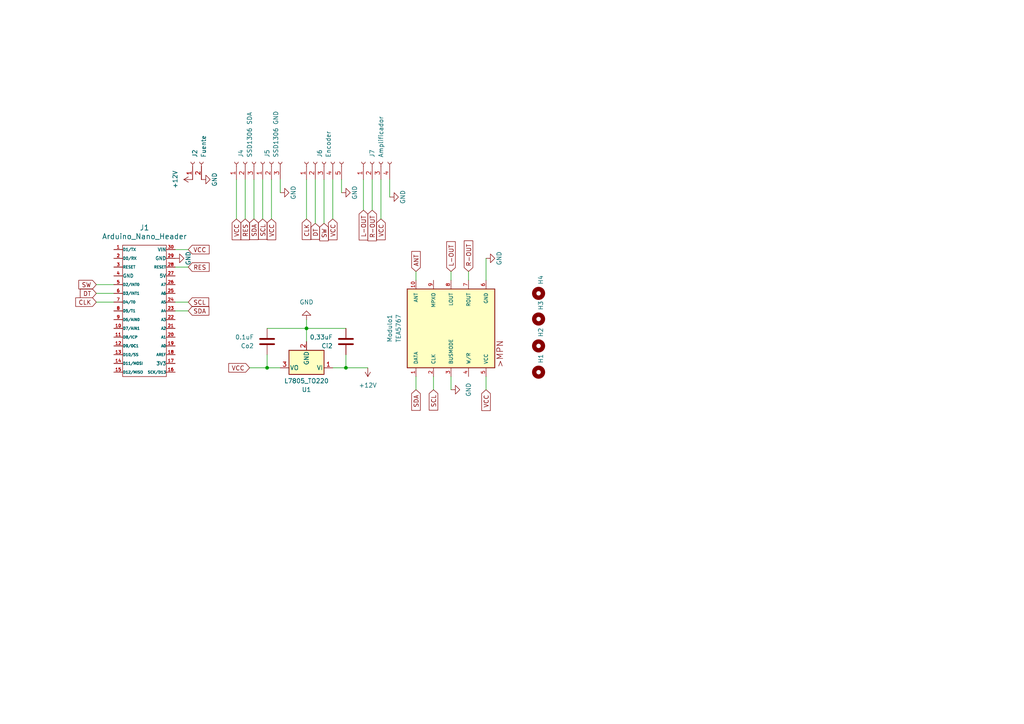
<source format=kicad_sch>
(kicad_sch (version 20230121) (generator eeschema)

  (uuid 2db0b86e-244a-4877-8ed1-39d99b8ef394)

  (paper "A4")

  (lib_symbols
    (symbol "Connector:Conn_01x02_Socket" (pin_names (offset 1.016) hide) (in_bom yes) (on_board yes)
      (property "Reference" "J" (at 0 2.54 0)
        (effects (font (size 1.27 1.27)))
      )
      (property "Value" "Conn_01x02_Socket" (at 0 -5.08 0)
        (effects (font (size 1.27 1.27)))
      )
      (property "Footprint" "" (at 0 0 0)
        (effects (font (size 1.27 1.27)) hide)
      )
      (property "Datasheet" "~" (at 0 0 0)
        (effects (font (size 1.27 1.27)) hide)
      )
      (property "ki_locked" "" (at 0 0 0)
        (effects (font (size 1.27 1.27)))
      )
      (property "ki_keywords" "connector" (at 0 0 0)
        (effects (font (size 1.27 1.27)) hide)
      )
      (property "ki_description" "Generic connector, single row, 01x02, script generated" (at 0 0 0)
        (effects (font (size 1.27 1.27)) hide)
      )
      (property "ki_fp_filters" "Connector*:*_1x??_*" (at 0 0 0)
        (effects (font (size 1.27 1.27)) hide)
      )
      (symbol "Conn_01x02_Socket_1_1"
        (arc (start 0 -2.032) (mid -0.5058 -2.54) (end 0 -3.048)
          (stroke (width 0.1524) (type default))
          (fill (type none))
        )
        (polyline
          (pts
            (xy -1.27 -2.54)
            (xy -0.508 -2.54)
          )
          (stroke (width 0.1524) (type default))
          (fill (type none))
        )
        (polyline
          (pts
            (xy -1.27 0)
            (xy -0.508 0)
          )
          (stroke (width 0.1524) (type default))
          (fill (type none))
        )
        (arc (start 0 0.508) (mid -0.5058 0) (end 0 -0.508)
          (stroke (width 0.1524) (type default))
          (fill (type none))
        )
        (pin passive line (at -5.08 0 0) (length 3.81)
          (name "Pin_1" (effects (font (size 1.27 1.27))))
          (number "1" (effects (font (size 1.27 1.27))))
        )
        (pin passive line (at -5.08 -2.54 0) (length 3.81)
          (name "Pin_2" (effects (font (size 1.27 1.27))))
          (number "2" (effects (font (size 1.27 1.27))))
        )
      )
    )
    (symbol "Connector:Conn_01x03_Socket" (pin_names (offset 1.016) hide) (in_bom yes) (on_board yes)
      (property "Reference" "J" (at 0 5.08 0)
        (effects (font (size 1.27 1.27)))
      )
      (property "Value" "Conn_01x03_Socket" (at 0 -5.08 0)
        (effects (font (size 1.27 1.27)))
      )
      (property "Footprint" "" (at 0 0 0)
        (effects (font (size 1.27 1.27)) hide)
      )
      (property "Datasheet" "~" (at 0 0 0)
        (effects (font (size 1.27 1.27)) hide)
      )
      (property "ki_locked" "" (at 0 0 0)
        (effects (font (size 1.27 1.27)))
      )
      (property "ki_keywords" "connector" (at 0 0 0)
        (effects (font (size 1.27 1.27)) hide)
      )
      (property "ki_description" "Generic connector, single row, 01x03, script generated" (at 0 0 0)
        (effects (font (size 1.27 1.27)) hide)
      )
      (property "ki_fp_filters" "Connector*:*_1x??_*" (at 0 0 0)
        (effects (font (size 1.27 1.27)) hide)
      )
      (symbol "Conn_01x03_Socket_1_1"
        (arc (start 0 -2.032) (mid -0.5058 -2.54) (end 0 -3.048)
          (stroke (width 0.1524) (type default))
          (fill (type none))
        )
        (polyline
          (pts
            (xy -1.27 -2.54)
            (xy -0.508 -2.54)
          )
          (stroke (width 0.1524) (type default))
          (fill (type none))
        )
        (polyline
          (pts
            (xy -1.27 0)
            (xy -0.508 0)
          )
          (stroke (width 0.1524) (type default))
          (fill (type none))
        )
        (polyline
          (pts
            (xy -1.27 2.54)
            (xy -0.508 2.54)
          )
          (stroke (width 0.1524) (type default))
          (fill (type none))
        )
        (arc (start 0 0.508) (mid -0.5058 0) (end 0 -0.508)
          (stroke (width 0.1524) (type default))
          (fill (type none))
        )
        (arc (start 0 3.048) (mid -0.5058 2.54) (end 0 2.032)
          (stroke (width 0.1524) (type default))
          (fill (type none))
        )
        (pin passive line (at -5.08 2.54 0) (length 3.81)
          (name "Pin_1" (effects (font (size 1.27 1.27))))
          (number "1" (effects (font (size 1.27 1.27))))
        )
        (pin passive line (at -5.08 0 0) (length 3.81)
          (name "Pin_2" (effects (font (size 1.27 1.27))))
          (number "2" (effects (font (size 1.27 1.27))))
        )
        (pin passive line (at -5.08 -2.54 0) (length 3.81)
          (name "Pin_3" (effects (font (size 1.27 1.27))))
          (number "3" (effects (font (size 1.27 1.27))))
        )
      )
    )
    (symbol "Connector:Conn_01x04_Socket" (pin_names (offset 1.016) hide) (in_bom yes) (on_board yes)
      (property "Reference" "J" (at 0 5.08 0)
        (effects (font (size 1.27 1.27)))
      )
      (property "Value" "Conn_01x04_Socket" (at 0 -7.62 0)
        (effects (font (size 1.27 1.27)))
      )
      (property "Footprint" "" (at 0 0 0)
        (effects (font (size 1.27 1.27)) hide)
      )
      (property "Datasheet" "~" (at 0 0 0)
        (effects (font (size 1.27 1.27)) hide)
      )
      (property "ki_locked" "" (at 0 0 0)
        (effects (font (size 1.27 1.27)))
      )
      (property "ki_keywords" "connector" (at 0 0 0)
        (effects (font (size 1.27 1.27)) hide)
      )
      (property "ki_description" "Generic connector, single row, 01x04, script generated" (at 0 0 0)
        (effects (font (size 1.27 1.27)) hide)
      )
      (property "ki_fp_filters" "Connector*:*_1x??_*" (at 0 0 0)
        (effects (font (size 1.27 1.27)) hide)
      )
      (symbol "Conn_01x04_Socket_1_1"
        (arc (start 0 -4.572) (mid -0.5058 -5.08) (end 0 -5.588)
          (stroke (width 0.1524) (type default))
          (fill (type none))
        )
        (arc (start 0 -2.032) (mid -0.5058 -2.54) (end 0 -3.048)
          (stroke (width 0.1524) (type default))
          (fill (type none))
        )
        (polyline
          (pts
            (xy -1.27 -5.08)
            (xy -0.508 -5.08)
          )
          (stroke (width 0.1524) (type default))
          (fill (type none))
        )
        (polyline
          (pts
            (xy -1.27 -2.54)
            (xy -0.508 -2.54)
          )
          (stroke (width 0.1524) (type default))
          (fill (type none))
        )
        (polyline
          (pts
            (xy -1.27 0)
            (xy -0.508 0)
          )
          (stroke (width 0.1524) (type default))
          (fill (type none))
        )
        (polyline
          (pts
            (xy -1.27 2.54)
            (xy -0.508 2.54)
          )
          (stroke (width 0.1524) (type default))
          (fill (type none))
        )
        (arc (start 0 0.508) (mid -0.5058 0) (end 0 -0.508)
          (stroke (width 0.1524) (type default))
          (fill (type none))
        )
        (arc (start 0 3.048) (mid -0.5058 2.54) (end 0 2.032)
          (stroke (width 0.1524) (type default))
          (fill (type none))
        )
        (pin passive line (at -5.08 2.54 0) (length 3.81)
          (name "Pin_1" (effects (font (size 1.27 1.27))))
          (number "1" (effects (font (size 1.27 1.27))))
        )
        (pin passive line (at -5.08 0 0) (length 3.81)
          (name "Pin_2" (effects (font (size 1.27 1.27))))
          (number "2" (effects (font (size 1.27 1.27))))
        )
        (pin passive line (at -5.08 -2.54 0) (length 3.81)
          (name "Pin_3" (effects (font (size 1.27 1.27))))
          (number "3" (effects (font (size 1.27 1.27))))
        )
        (pin passive line (at -5.08 -5.08 0) (length 3.81)
          (name "Pin_4" (effects (font (size 1.27 1.27))))
          (number "4" (effects (font (size 1.27 1.27))))
        )
      )
    )
    (symbol "Connector:Conn_01x05_Socket" (pin_names (offset 1.016) hide) (in_bom yes) (on_board yes)
      (property "Reference" "J" (at 0 7.62 0)
        (effects (font (size 1.27 1.27)))
      )
      (property "Value" "Conn_01x05_Socket" (at 0 -7.62 0)
        (effects (font (size 1.27 1.27)))
      )
      (property "Footprint" "" (at 0 0 0)
        (effects (font (size 1.27 1.27)) hide)
      )
      (property "Datasheet" "~" (at 0 0 0)
        (effects (font (size 1.27 1.27)) hide)
      )
      (property "ki_locked" "" (at 0 0 0)
        (effects (font (size 1.27 1.27)))
      )
      (property "ki_keywords" "connector" (at 0 0 0)
        (effects (font (size 1.27 1.27)) hide)
      )
      (property "ki_description" "Generic connector, single row, 01x05, script generated" (at 0 0 0)
        (effects (font (size 1.27 1.27)) hide)
      )
      (property "ki_fp_filters" "Connector*:*_1x??_*" (at 0 0 0)
        (effects (font (size 1.27 1.27)) hide)
      )
      (symbol "Conn_01x05_Socket_1_1"
        (arc (start 0 -4.572) (mid -0.5058 -5.08) (end 0 -5.588)
          (stroke (width 0.1524) (type default))
          (fill (type none))
        )
        (arc (start 0 -2.032) (mid -0.5058 -2.54) (end 0 -3.048)
          (stroke (width 0.1524) (type default))
          (fill (type none))
        )
        (polyline
          (pts
            (xy -1.27 -5.08)
            (xy -0.508 -5.08)
          )
          (stroke (width 0.1524) (type default))
          (fill (type none))
        )
        (polyline
          (pts
            (xy -1.27 -2.54)
            (xy -0.508 -2.54)
          )
          (stroke (width 0.1524) (type default))
          (fill (type none))
        )
        (polyline
          (pts
            (xy -1.27 0)
            (xy -0.508 0)
          )
          (stroke (width 0.1524) (type default))
          (fill (type none))
        )
        (polyline
          (pts
            (xy -1.27 2.54)
            (xy -0.508 2.54)
          )
          (stroke (width 0.1524) (type default))
          (fill (type none))
        )
        (polyline
          (pts
            (xy -1.27 5.08)
            (xy -0.508 5.08)
          )
          (stroke (width 0.1524) (type default))
          (fill (type none))
        )
        (arc (start 0 0.508) (mid -0.5058 0) (end 0 -0.508)
          (stroke (width 0.1524) (type default))
          (fill (type none))
        )
        (arc (start 0 3.048) (mid -0.5058 2.54) (end 0 2.032)
          (stroke (width 0.1524) (type default))
          (fill (type none))
        )
        (arc (start 0 5.588) (mid -0.5058 5.08) (end 0 4.572)
          (stroke (width 0.1524) (type default))
          (fill (type none))
        )
        (pin passive line (at -5.08 5.08 0) (length 3.81)
          (name "Pin_1" (effects (font (size 1.27 1.27))))
          (number "1" (effects (font (size 1.27 1.27))))
        )
        (pin passive line (at -5.08 2.54 0) (length 3.81)
          (name "Pin_2" (effects (font (size 1.27 1.27))))
          (number "2" (effects (font (size 1.27 1.27))))
        )
        (pin passive line (at -5.08 0 0) (length 3.81)
          (name "Pin_3" (effects (font (size 1.27 1.27))))
          (number "3" (effects (font (size 1.27 1.27))))
        )
        (pin passive line (at -5.08 -2.54 0) (length 3.81)
          (name "Pin_4" (effects (font (size 1.27 1.27))))
          (number "4" (effects (font (size 1.27 1.27))))
        )
        (pin passive line (at -5.08 -5.08 0) (length 3.81)
          (name "Pin_5" (effects (font (size 1.27 1.27))))
          (number "5" (effects (font (size 1.27 1.27))))
        )
      )
    )
    (symbol "Device:C" (pin_numbers hide) (pin_names (offset 0.254)) (in_bom yes) (on_board yes)
      (property "Reference" "C" (at 0.635 2.54 0)
        (effects (font (size 1.27 1.27)) (justify left))
      )
      (property "Value" "C" (at 0.635 -2.54 0)
        (effects (font (size 1.27 1.27)) (justify left))
      )
      (property "Footprint" "" (at 0.9652 -3.81 0)
        (effects (font (size 1.27 1.27)) hide)
      )
      (property "Datasheet" "~" (at 0 0 0)
        (effects (font (size 1.27 1.27)) hide)
      )
      (property "ki_keywords" "cap capacitor" (at 0 0 0)
        (effects (font (size 1.27 1.27)) hide)
      )
      (property "ki_description" "Unpolarized capacitor" (at 0 0 0)
        (effects (font (size 1.27 1.27)) hide)
      )
      (property "ki_fp_filters" "C_*" (at 0 0 0)
        (effects (font (size 1.27 1.27)) hide)
      )
      (symbol "C_0_1"
        (polyline
          (pts
            (xy -2.032 -0.762)
            (xy 2.032 -0.762)
          )
          (stroke (width 0.508) (type default))
          (fill (type none))
        )
        (polyline
          (pts
            (xy -2.032 0.762)
            (xy 2.032 0.762)
          )
          (stroke (width 0.508) (type default))
          (fill (type none))
        )
      )
      (symbol "C_1_1"
        (pin passive line (at 0 3.81 270) (length 2.794)
          (name "~" (effects (font (size 1.27 1.27))))
          (number "1" (effects (font (size 1.27 1.27))))
        )
        (pin passive line (at 0 -3.81 90) (length 2.794)
          (name "~" (effects (font (size 1.27 1.27))))
          (number "2" (effects (font (size 1.27 1.27))))
        )
      )
    )
    (symbol "EESTN5:Arduino_Nano_Header" (pin_names (offset 0.0254)) (in_bom yes) (on_board yes)
      (property "Reference" "J" (at 0 20.32 0)
        (effects (font (size 1.524 1.524)))
      )
      (property "Value" "Arduino_Nano_Header" (at 0 -20.32 0)
        (effects (font (size 1.524 1.524)))
      )
      (property "Footprint" "" (at 0 0 0)
        (effects (font (size 1.524 1.524)))
      )
      (property "Datasheet" "" (at 0 0 0)
        (effects (font (size 1.524 1.524)))
      )
      (symbol "Arduino_Nano_Header_0_1"
        (rectangle (start 6.35 -19.05) (end -6.35 19.05)
          (stroke (width 0) (type solid))
          (fill (type none))
        )
      )
      (symbol "Arduino_Nano_Header_1_1"
        (pin passive line (at -8.89 17.78 0) (length 2.54)
          (name "D1/TX" (effects (font (size 0.7874 0.7874))))
          (number "1" (effects (font (size 0.889 0.889))))
        )
        (pin passive line (at -8.89 -5.08 0) (length 2.54)
          (name "D7/AIN1" (effects (font (size 0.762 0.762))))
          (number "10" (effects (font (size 0.889 0.889))))
        )
        (pin passive line (at -8.89 -7.62 0) (length 2.54)
          (name "D8/ICP" (effects (font (size 0.762 0.762))))
          (number "11" (effects (font (size 0.889 0.889))))
        )
        (pin passive line (at -8.89 -10.16 0) (length 2.54)
          (name "D9/0C1" (effects (font (size 0.762 0.762))))
          (number "12" (effects (font (size 0.889 0.889))))
        )
        (pin passive line (at -8.89 -12.7 0) (length 2.54)
          (name "D10/SS" (effects (font (size 0.762 0.762))))
          (number "13" (effects (font (size 0.889 0.889))))
        )
        (pin passive line (at -8.89 -15.24 0) (length 2.54)
          (name "D11/MOSI" (effects (font (size 0.762 0.762))))
          (number "14" (effects (font (size 0.889 0.889))))
        )
        (pin passive line (at -8.89 -17.78 0) (length 2.54)
          (name "D12/MISO" (effects (font (size 0.762 0.762))))
          (number "15" (effects (font (size 0.889 0.889))))
        )
        (pin passive line (at 8.89 -17.78 180) (length 2.54)
          (name "SCK/D13" (effects (font (size 0.762 0.762))))
          (number "16" (effects (font (size 0.889 0.889))))
        )
        (pin passive line (at 8.89 -15.24 180) (length 2.54)
          (name "3V3" (effects (font (size 0.9906 0.9906))))
          (number "17" (effects (font (size 0.889 0.889))))
        )
        (pin passive line (at 8.89 -12.7 180) (length 2.54)
          (name "AREF" (effects (font (size 0.762 0.762))))
          (number "18" (effects (font (size 0.889 0.889))))
        )
        (pin passive line (at 8.89 -10.16 180) (length 2.54)
          (name "A0" (effects (font (size 0.762 0.762))))
          (number "19" (effects (font (size 0.889 0.889))))
        )
        (pin passive line (at -8.89 15.24 0) (length 2.54)
          (name "D0/RX" (effects (font (size 0.7874 0.7874))))
          (number "2" (effects (font (size 0.889 0.889))))
        )
        (pin passive line (at 8.89 -7.62 180) (length 2.54)
          (name "A1" (effects (font (size 0.762 0.762))))
          (number "20" (effects (font (size 0.889 0.889))))
        )
        (pin passive line (at 8.89 -5.08 180) (length 2.54)
          (name "A2" (effects (font (size 0.762 0.762))))
          (number "21" (effects (font (size 0.889 0.889))))
        )
        (pin passive line (at 8.89 -2.54 180) (length 2.54)
          (name "A3" (effects (font (size 0.762 0.762))))
          (number "22" (effects (font (size 0.889 0.889))))
        )
        (pin passive line (at 8.89 0 180) (length 2.54)
          (name "A4" (effects (font (size 0.762 0.762))))
          (number "23" (effects (font (size 0.889 0.889))))
        )
        (pin passive line (at 8.89 2.54 180) (length 2.54)
          (name "A5" (effects (font (size 0.762 0.762))))
          (number "24" (effects (font (size 0.889 0.889))))
        )
        (pin passive line (at 8.89 5.08 180) (length 2.54)
          (name "A6" (effects (font (size 0.762 0.762))))
          (number "25" (effects (font (size 0.889 0.889))))
        )
        (pin passive line (at 8.89 7.62 180) (length 2.54)
          (name "A7" (effects (font (size 0.762 0.762))))
          (number "26" (effects (font (size 0.889 0.889))))
        )
        (pin passive line (at 8.89 10.16 180) (length 2.54)
          (name "5V" (effects (font (size 0.9906 0.9906))))
          (number "27" (effects (font (size 0.889 0.889))))
        )
        (pin passive line (at 8.89 12.7 180) (length 2.54)
          (name "RESET" (effects (font (size 0.762 0.762))))
          (number "28" (effects (font (size 0.889 0.889))))
        )
        (pin passive line (at 8.89 15.24 180) (length 2.54)
          (name "GND" (effects (font (size 0.9906 0.9906))))
          (number "29" (effects (font (size 0.889 0.889))))
        )
        (pin passive line (at -8.89 12.7 0) (length 2.54)
          (name "RESET" (effects (font (size 0.7874 0.7874))))
          (number "3" (effects (font (size 0.889 0.889))))
        )
        (pin passive line (at 8.89 17.78 180) (length 2.54)
          (name "VIN" (effects (font (size 0.9906 0.9906))))
          (number "30" (effects (font (size 0.889 0.889))))
        )
        (pin passive line (at -8.89 10.16 0) (length 2.54)
          (name "GND" (effects (font (size 0.9906 0.9906))))
          (number "4" (effects (font (size 0.889 0.889))))
        )
        (pin passive line (at -8.89 7.62 0) (length 2.54)
          (name "D2/INT0" (effects (font (size 0.762 0.762))))
          (number "5" (effects (font (size 0.889 0.889))))
        )
        (pin passive line (at -8.89 5.08 0) (length 2.54)
          (name "D3/INT1" (effects (font (size 0.762 0.762))))
          (number "6" (effects (font (size 0.889 0.889))))
        )
        (pin passive line (at -8.89 2.54 0) (length 2.54)
          (name "D4/T0" (effects (font (size 0.762 0.762))))
          (number "7" (effects (font (size 0.889 0.889))))
        )
        (pin passive line (at -8.89 0 0) (length 2.54)
          (name "D5/T1" (effects (font (size 0.762 0.762))))
          (number "8" (effects (font (size 0.889 0.889))))
        )
        (pin passive line (at -8.89 -2.54 0) (length 2.54)
          (name "D6/AIN0" (effects (font (size 0.762 0.762))))
          (number "9" (effects (font (size 0.889 0.889))))
        )
      )
    )
    (symbol "EESTN5:Mounting_Hole" (pin_names (offset 1.016)) (in_bom yes) (on_board yes)
      (property "Reference" "H" (at 0 5.08 0)
        (effects (font (size 1.27 1.27)))
      )
      (property "Value" "Mounting_Hole" (at 0 3.175 0)
        (effects (font (size 1.27 1.27)) hide)
      )
      (property "Footprint" "" (at 0 0 0)
        (effects (font (size 1.524 1.524)) hide)
      )
      (property "Datasheet" "" (at 0 0 0)
        (effects (font (size 1.524 1.524)) hide)
      )
      (property "ki_keywords" "mounting hole" (at 0 0 0)
        (effects (font (size 1.27 1.27)) hide)
      )
      (property "ki_description" "Mounting Hole without connection" (at 0 0 0)
        (effects (font (size 1.27 1.27)) hide)
      )
      (property "ki_fp_filters" "hole* Logo* PAD* Separador* Cable*" (at 0 0 0)
        (effects (font (size 1.27 1.27)) hide)
      )
      (symbol "Mounting_Hole_0_1"
        (circle (center 0 0) (radius 1.27)
          (stroke (width 1.27) (type solid))
          (fill (type none))
        )
      )
    )
    (symbol "Regulator_Linear:LM7805_TO220" (pin_names (offset 0.254)) (in_bom yes) (on_board yes)
      (property "Reference" "U" (at -3.81 3.175 0)
        (effects (font (size 1.27 1.27)))
      )
      (property "Value" "LM7805_TO220" (at 0 3.175 0)
        (effects (font (size 1.27 1.27)) (justify left))
      )
      (property "Footprint" "Package_TO_SOT_THT:TO-220-3_Vertical" (at 0 5.715 0)
        (effects (font (size 1.27 1.27) italic) hide)
      )
      (property "Datasheet" "https://www.onsemi.cn/PowerSolutions/document/MC7800-D.PDF" (at 0 -1.27 0)
        (effects (font (size 1.27 1.27)) hide)
      )
      (property "ki_keywords" "Voltage Regulator 1A Positive" (at 0 0 0)
        (effects (font (size 1.27 1.27)) hide)
      )
      (property "ki_description" "Positive 1A 35V Linear Regulator, Fixed Output 5V, TO-220" (at 0 0 0)
        (effects (font (size 1.27 1.27)) hide)
      )
      (property "ki_fp_filters" "TO?220*" (at 0 0 0)
        (effects (font (size 1.27 1.27)) hide)
      )
      (symbol "LM7805_TO220_0_1"
        (rectangle (start -5.08 1.905) (end 5.08 -5.08)
          (stroke (width 0.254) (type default))
          (fill (type background))
        )
      )
      (symbol "LM7805_TO220_1_1"
        (pin power_in line (at -7.62 0 0) (length 2.54)
          (name "VI" (effects (font (size 1.27 1.27))))
          (number "1" (effects (font (size 1.27 1.27))))
        )
        (pin power_in line (at 0 -7.62 90) (length 2.54)
          (name "GND" (effects (font (size 1.27 1.27))))
          (number "2" (effects (font (size 1.27 1.27))))
        )
        (pin power_out line (at 7.62 0 180) (length 2.54)
          (name "VO" (effects (font (size 1.27 1.27))))
          (number "3" (effects (font (size 1.27 1.27))))
        )
      )
    )
    (symbol "TEA5767:TEA5767" (pin_names (offset 1.016)) (in_bom yes) (on_board yes)
      (property "Reference" "U" (at -10.16 13.462 0)
        (effects (font (size 1.27 1.27)) (justify left bottom))
      )
      (property "Value" "TEA5767" (at 0 0 0)
        (effects (font (size 1.27 1.27)) (justify bottom))
      )
      (property "Footprint" "TEA5767:TEA5767" (at 0 0 0)
        (effects (font (size 1.27 1.27)) (justify bottom) hide)
      )
      (property "Datasheet" "" (at 0 0 0)
        (effects (font (size 1.27 1.27)) hide)
      )
      (property "REMARK" "" (at 0 0 0)
        (effects (font (size 1.27 1.27)) (justify bottom) hide)
      )
      (property "MF" "NXP USA" (at 0 0 0)
        (effects (font (size 1.27 1.27)) (justify bottom) hide)
      )
      (property "Description" "\nseries RF Receiver FM 76MHz ~ 108MHz - - PCB, Surface Mount 40-HVQFN (6x6)\n" (at 0 0 0)
        (effects (font (size 1.27 1.27)) (justify bottom) hide)
      )
      (property "Package" "VFQFN-40 NXP Semiconductors" (at 0 0 0)
        (effects (font (size 1.27 1.27)) (justify bottom) hide)
      )
      (property "MPN" "TEA5767" (at 0 0 0)
        (effects (font (size 1.27 1.27)) (justify bottom) hide)
      )
      (property "Price" "None" (at 0 0 0)
        (effects (font (size 1.27 1.27)) (justify bottom) hide)
      )
      (property "Check_prices" "https://www.snapeda.com/parts/TEA5767/NXP+USA+Inc./view-part/?ref=eda" (at 0 0 0)
        (effects (font (size 1.27 1.27)) (justify bottom) hide)
      )
      (property "VALUE" "" (at 0 0 0)
        (effects (font (size 1.27 1.27)) (justify bottom) hide)
      )
      (property "SnapEDA_Link" "https://www.snapeda.com/parts/TEA5767/NXP+USA+Inc./view-part/?ref=snap" (at 0 0 0)
        (effects (font (size 1.27 1.27)) (justify bottom) hide)
      )
      (property "CYTRON-PC" "" (at 0 0 0)
        (effects (font (size 1.27 1.27)) (justify bottom) hide)
      )
      (property "MP" "TEA5767" (at 0 0 0)
        (effects (font (size 1.27 1.27)) (justify bottom) hide)
      )
      (property "Availability" "Not in stock" (at 0 0 0)
        (effects (font (size 1.27 1.27)) (justify bottom) hide)
      )
      (property "DESC" "FM Radio Module" (at 0 0 0)
        (effects (font (size 1.27 1.27)) (justify bottom) hide)
      )
      (symbol "TEA5767_0_0"
        (rectangle (start -10.16 -12.7) (end 12.7 12.7)
          (stroke (width 0.254) (type default))
          (fill (type background))
        )
        (text ">MPN" (at -10.16 -15.24 0)
          (effects (font (size 1.778 1.778)) (justify left bottom))
        )
        (pin bidirectional line (at -12.7 10.16 0) (length 2.54)
          (name "DATA" (effects (font (size 1.016 1.016))))
          (number "1" (effects (font (size 1.016 1.016))))
        )
        (pin bidirectional line (at 15.24 10.16 180) (length 2.54)
          (name "ANT" (effects (font (size 1.016 1.016))))
          (number "10" (effects (font (size 1.016 1.016))))
        )
        (pin bidirectional line (at -12.7 5.08 0) (length 2.54)
          (name "CLK" (effects (font (size 1.016 1.016))))
          (number "2" (effects (font (size 1.016 1.016))))
        )
        (pin bidirectional line (at -12.7 0 0) (length 2.54)
          (name "BUSMODE" (effects (font (size 1.016 1.016))))
          (number "3" (effects (font (size 1.016 1.016))))
        )
        (pin bidirectional line (at -12.7 -5.08 0) (length 2.54)
          (name "W/R" (effects (font (size 1.016 1.016))))
          (number "4" (effects (font (size 1.016 1.016))))
        )
        (pin bidirectional line (at -12.7 -10.16 0) (length 2.54)
          (name "VCC" (effects (font (size 1.016 1.016))))
          (number "5" (effects (font (size 1.016 1.016))))
        )
        (pin bidirectional line (at 15.24 -10.16 180) (length 2.54)
          (name "GND" (effects (font (size 1.016 1.016))))
          (number "6" (effects (font (size 1.016 1.016))))
        )
        (pin bidirectional line (at 15.24 -5.08 180) (length 2.54)
          (name "ROUT" (effects (font (size 1.016 1.016))))
          (number "7" (effects (font (size 1.016 1.016))))
        )
        (pin bidirectional line (at 15.24 0 180) (length 2.54)
          (name "LOUT" (effects (font (size 1.016 1.016))))
          (number "8" (effects (font (size 1.016 1.016))))
        )
        (pin bidirectional line (at 15.24 5.08 180) (length 2.54)
          (name "MPXO" (effects (font (size 1.016 1.016))))
          (number "9" (effects (font (size 1.016 1.016))))
        )
      )
    )
    (symbol "power:+12V" (power) (pin_names (offset 0)) (in_bom yes) (on_board yes)
      (property "Reference" "#PWR" (at 0 -3.81 0)
        (effects (font (size 1.27 1.27)) hide)
      )
      (property "Value" "+12V" (at 0 3.556 0)
        (effects (font (size 1.27 1.27)))
      )
      (property "Footprint" "" (at 0 0 0)
        (effects (font (size 1.27 1.27)) hide)
      )
      (property "Datasheet" "" (at 0 0 0)
        (effects (font (size 1.27 1.27)) hide)
      )
      (property "ki_keywords" "global power" (at 0 0 0)
        (effects (font (size 1.27 1.27)) hide)
      )
      (property "ki_description" "Power symbol creates a global label with name \"+12V\"" (at 0 0 0)
        (effects (font (size 1.27 1.27)) hide)
      )
      (symbol "+12V_0_1"
        (polyline
          (pts
            (xy -0.762 1.27)
            (xy 0 2.54)
          )
          (stroke (width 0) (type default))
          (fill (type none))
        )
        (polyline
          (pts
            (xy 0 0)
            (xy 0 2.54)
          )
          (stroke (width 0) (type default))
          (fill (type none))
        )
        (polyline
          (pts
            (xy 0 2.54)
            (xy 0.762 1.27)
          )
          (stroke (width 0) (type default))
          (fill (type none))
        )
      )
      (symbol "+12V_1_1"
        (pin power_in line (at 0 0 90) (length 0) hide
          (name "+12V" (effects (font (size 1.27 1.27))))
          (number "1" (effects (font (size 1.27 1.27))))
        )
      )
    )
    (symbol "power:GND" (power) (pin_names (offset 0)) (in_bom yes) (on_board yes)
      (property "Reference" "#PWR" (at 0 -6.35 0)
        (effects (font (size 1.27 1.27)) hide)
      )
      (property "Value" "GND" (at 0 -3.81 0)
        (effects (font (size 1.27 1.27)))
      )
      (property "Footprint" "" (at 0 0 0)
        (effects (font (size 1.27 1.27)) hide)
      )
      (property "Datasheet" "" (at 0 0 0)
        (effects (font (size 1.27 1.27)) hide)
      )
      (property "ki_keywords" "global power" (at 0 0 0)
        (effects (font (size 1.27 1.27)) hide)
      )
      (property "ki_description" "Power symbol creates a global label with name \"GND\" , ground" (at 0 0 0)
        (effects (font (size 1.27 1.27)) hide)
      )
      (symbol "GND_0_1"
        (polyline
          (pts
            (xy 0 0)
            (xy 0 -1.27)
            (xy 1.27 -1.27)
            (xy 0 -2.54)
            (xy -1.27 -1.27)
            (xy 0 -1.27)
          )
          (stroke (width 0) (type default))
          (fill (type none))
        )
      )
      (symbol "GND_1_1"
        (pin power_in line (at 0 0 270) (length 0) hide
          (name "GND" (effects (font (size 1.27 1.27))))
          (number "1" (effects (font (size 1.27 1.27))))
        )
      )
    )
  )

  (junction (at 77.47 106.68) (diameter 0) (color 0 0 0 0)
    (uuid 12df68e7-d7da-43fc-8730-7e07c3f4f48f)
  )
  (junction (at 88.9 95.25) (diameter 0) (color 0 0 0 0)
    (uuid 5aacacb1-3b22-44dc-b4ac-0c02cfb66d31)
  )
  (junction (at 100.33 106.68) (diameter 0) (color 0 0 0 0)
    (uuid f2e3e151-d264-4baf-b3fa-761d456a0b60)
  )

  (wire (pts (xy 93.98 64.77) (xy 93.98 52.07))
    (stroke (width 0) (type default))
    (uuid 01ad8281-3389-4184-9bbb-a3b7f50b9f8e)
  )
  (wire (pts (xy 27.94 87.63) (xy 33.02 87.63))
    (stroke (width 0) (type default))
    (uuid 09c50205-6cfc-449c-bb67-3e3ac4b2e2a7)
  )
  (wire (pts (xy 96.52 63.5) (xy 96.52 52.07))
    (stroke (width 0) (type default))
    (uuid 11a69a61-3c58-447f-bf3b-fc52aed23bcd)
  )
  (wire (pts (xy 130.81 113.03) (xy 130.81 109.22))
    (stroke (width 0) (type default))
    (uuid 175574c7-2d06-4eda-8e06-ef2b597eb663)
  )
  (wire (pts (xy 91.44 64.77) (xy 91.44 52.07))
    (stroke (width 0) (type default))
    (uuid 1dc7e5b0-ee4f-4e5f-94ff-9bc923e8e460)
  )
  (wire (pts (xy 27.94 82.55) (xy 33.02 82.55))
    (stroke (width 0) (type default))
    (uuid 230ff8cf-f82b-44ce-a041-56fcb04c03d9)
  )
  (wire (pts (xy 77.47 106.68) (xy 77.47 102.87))
    (stroke (width 0) (type default))
    (uuid 243ddbab-865c-40d0-b9ae-d479da9c1c32)
  )
  (wire (pts (xy 81.28 106.68) (xy 77.47 106.68))
    (stroke (width 0) (type default))
    (uuid 2702710e-4a49-4628-8ea2-098112312de2)
  )
  (wire (pts (xy 88.9 92.71) (xy 88.9 95.25))
    (stroke (width 0) (type default))
    (uuid 2da7e117-b734-4d9f-8e91-20c6773cc83b)
  )
  (wire (pts (xy 77.47 106.68) (xy 72.39 106.68))
    (stroke (width 0) (type default))
    (uuid 32d4dc51-019c-4c94-b6e5-b7f08f8ff252)
  )
  (wire (pts (xy 125.73 113.03) (xy 125.73 109.22))
    (stroke (width 0) (type default))
    (uuid 36477516-7540-4646-bf92-d97abcb8a378)
  )
  (wire (pts (xy 107.95 60.96) (xy 107.95 52.07))
    (stroke (width 0) (type default))
    (uuid 380c40ad-0235-42b4-a2a3-6b0483d8bb94)
  )
  (wire (pts (xy 68.58 63.5) (xy 68.58 52.07))
    (stroke (width 0) (type default))
    (uuid 3e87d2cf-7b08-4a60-98f6-38a73da94cd9)
  )
  (wire (pts (xy 78.74 63.5) (xy 78.74 52.07))
    (stroke (width 0) (type default))
    (uuid 46036d86-e11d-449f-b7fc-f8c45edb6e1b)
  )
  (wire (pts (xy 50.8 87.63) (xy 54.61 87.63))
    (stroke (width 0) (type default))
    (uuid 685c2f24-59c1-4956-bc75-eb60f91a0311)
  )
  (wire (pts (xy 106.68 106.68) (xy 100.33 106.68))
    (stroke (width 0) (type default))
    (uuid 6efb4174-e185-49b3-91fd-4ba490c17b91)
  )
  (wire (pts (xy 135.89 81.28) (xy 135.89 78.74))
    (stroke (width 0) (type default))
    (uuid 73260287-0dbe-4330-8c5e-b747c7f98e39)
  )
  (wire (pts (xy 71.12 63.5) (xy 71.12 52.07))
    (stroke (width 0) (type default))
    (uuid 7d5d12b4-44e4-44a0-a863-a83fdfab625c)
  )
  (wire (pts (xy 27.94 85.09) (xy 33.02 85.09))
    (stroke (width 0) (type default))
    (uuid 7f544008-3573-47ea-9814-6e8c616b0122)
  )
  (wire (pts (xy 73.66 63.5) (xy 73.66 52.07))
    (stroke (width 0) (type default))
    (uuid 7f8fffb8-c1c6-43a5-8b23-6ae06de0c19f)
  )
  (wire (pts (xy 81.28 55.88) (xy 81.28 52.07))
    (stroke (width 0) (type default))
    (uuid 85052fb5-7f06-4bad-8649-dc9ea4164e62)
  )
  (wire (pts (xy 100.33 106.68) (xy 100.33 102.87))
    (stroke (width 0) (type default))
    (uuid 8718b59d-ea12-4ce4-b9e6-2eb4c28ff537)
  )
  (wire (pts (xy 50.8 72.39) (xy 54.61 72.39))
    (stroke (width 0) (type default))
    (uuid 912668f4-7d70-4bba-bc31-bcc4eb6ef3a2)
  )
  (wire (pts (xy 110.49 63.5) (xy 110.49 52.07))
    (stroke (width 0) (type default))
    (uuid 92df0945-f209-4249-a96f-85cd175817e2)
  )
  (wire (pts (xy 113.03 57.15) (xy 113.03 52.07))
    (stroke (width 0) (type default))
    (uuid 9382d46d-4f58-4dcb-aa5b-33fc3a48de57)
  )
  (wire (pts (xy 140.97 81.28) (xy 140.97 74.93))
    (stroke (width 0) (type default))
    (uuid a01e662b-40ad-4735-adfa-177862ee3c31)
  )
  (wire (pts (xy 120.65 113.03) (xy 120.65 109.22))
    (stroke (width 0) (type default))
    (uuid a6b4c96a-0b42-42c3-959a-855e3be19eb4)
  )
  (wire (pts (xy 88.9 63.5) (xy 88.9 52.07))
    (stroke (width 0) (type default))
    (uuid c87210cf-ae03-4747-93e9-6c47a0f992a1)
  )
  (wire (pts (xy 105.41 60.96) (xy 105.41 52.07))
    (stroke (width 0) (type default))
    (uuid c91bf347-7673-42ed-aab9-172d4cf71d11)
  )
  (wire (pts (xy 100.33 95.25) (xy 88.9 95.25))
    (stroke (width 0) (type default))
    (uuid d1a39f63-f0d3-47f7-9cbd-0223a0785775)
  )
  (wire (pts (xy 140.97 113.03) (xy 140.97 109.22))
    (stroke (width 0) (type default))
    (uuid d23a2587-7cb5-4839-9f6a-7b7b964b4d85)
  )
  (wire (pts (xy 76.2 63.5) (xy 76.2 52.07))
    (stroke (width 0) (type default))
    (uuid d2ed369c-b90b-4664-9ea5-45166d745436)
  )
  (wire (pts (xy 120.65 81.28) (xy 120.65 78.74))
    (stroke (width 0) (type default))
    (uuid d891c497-414d-4a5a-86d2-dde9f9a6b6b0)
  )
  (wire (pts (xy 50.8 77.47) (xy 54.61 77.47))
    (stroke (width 0) (type default))
    (uuid da7648f9-e2ed-44e8-9b11-33c106097230)
  )
  (wire (pts (xy 88.9 95.25) (xy 77.47 95.25))
    (stroke (width 0) (type default))
    (uuid dc167e31-5686-497e-9216-18b64d4ffe3f)
  )
  (wire (pts (xy 130.81 81.28) (xy 130.81 78.74))
    (stroke (width 0) (type default))
    (uuid ddedfab4-84cf-403a-a7b2-bfe87c3d5bca)
  )
  (wire (pts (xy 100.33 106.68) (xy 96.52 106.68))
    (stroke (width 0) (type default))
    (uuid ec4deedc-3bf2-48d8-be9e-da44c0fa0fdd)
  )
  (wire (pts (xy 99.06 55.88) (xy 99.06 52.07))
    (stroke (width 0) (type default))
    (uuid f77388b5-b2fe-4920-8516-f197e8ad7781)
  )
  (wire (pts (xy 88.9 95.25) (xy 88.9 99.06))
    (stroke (width 0) (type default))
    (uuid f852e2fe-3d7a-4a26-a65d-f1c4a8ffca78)
  )
  (wire (pts (xy 50.8 90.17) (xy 54.61 90.17))
    (stroke (width 0) (type default))
    (uuid f946649d-0e5e-4aa4-80f4-faeffb65f8a9)
  )

  (global_label "VCC" (shape input) (at 54.61 72.39 0) (fields_autoplaced)
    (effects (font (size 1.27 1.27)) (justify left))
    (uuid 05e44eef-8e5b-464b-9e13-c36af07026b7)
    (property "Intersheetrefs" "${INTERSHEET_REFS}" (at 61.2238 72.39 0)
      (effects (font (size 1.27 1.27)) (justify left) hide)
    )
  )
  (global_label "VCC" (shape input) (at 140.97 113.03 270) (fields_autoplaced)
    (effects (font (size 1.27 1.27)) (justify right))
    (uuid 1015330f-9128-4ada-942f-7a8f7d2542b7)
    (property "Intersheetrefs" "${INTERSHEET_REFS}" (at 140.97 119.6438 90)
      (effects (font (size 1.27 1.27)) (justify right) hide)
    )
  )
  (global_label "DT" (shape input) (at 91.44 64.77 270) (fields_autoplaced)
    (effects (font (size 1.27 1.27)) (justify right))
    (uuid 1e88ef09-a685-4887-926c-6f642166513d)
    (property "Intersheetrefs" "${INTERSHEET_REFS}" (at 91.44 69.9928 90)
      (effects (font (size 1.27 1.27)) (justify right) hide)
    )
  )
  (global_label "SDA" (shape input) (at 73.66 63.5 270) (fields_autoplaced)
    (effects (font (size 1.27 1.27)) (justify right))
    (uuid 2e9b1d4b-7bb3-4bb9-bb76-aa4a0f829ad1)
    (property "Intersheetrefs" "${INTERSHEET_REFS}" (at 73.66 70.0533 90)
      (effects (font (size 1.27 1.27)) (justify right) hide)
    )
  )
  (global_label "VCC" (shape input) (at 78.74 63.5 270) (fields_autoplaced)
    (effects (font (size 1.27 1.27)) (justify right))
    (uuid 34ee348f-c876-4075-abda-83a237d7738e)
    (property "Intersheetrefs" "${INTERSHEET_REFS}" (at 78.74 70.1138 90)
      (effects (font (size 1.27 1.27)) (justify right) hide)
    )
  )
  (global_label "VCC" (shape input) (at 96.52 63.5 270) (fields_autoplaced)
    (effects (font (size 1.27 1.27)) (justify right))
    (uuid 35876b85-4a45-47a6-8580-ee6fce57bacb)
    (property "Intersheetrefs" "${INTERSHEET_REFS}" (at 96.52 70.1138 90)
      (effects (font (size 1.27 1.27)) (justify right) hide)
    )
  )
  (global_label "SCL" (shape input) (at 54.61 87.63 0) (fields_autoplaced)
    (effects (font (size 1.27 1.27)) (justify left))
    (uuid 3a7a25b8-1264-4d68-8ae7-09e1a7bd27fd)
    (property "Intersheetrefs" "${INTERSHEET_REFS}" (at 61.1028 87.63 0)
      (effects (font (size 1.27 1.27)) (justify left) hide)
    )
  )
  (global_label "SDA" (shape input) (at 54.61 90.17 0) (fields_autoplaced)
    (effects (font (size 1.27 1.27)) (justify left))
    (uuid 3a8d5e72-ee27-4728-8d57-5883ba38dd28)
    (property "Intersheetrefs" "${INTERSHEET_REFS}" (at 61.1633 90.17 0)
      (effects (font (size 1.27 1.27)) (justify left) hide)
    )
  )
  (global_label "R-OUT" (shape input) (at 107.95 60.96 270) (fields_autoplaced)
    (effects (font (size 1.27 1.27)) (justify right))
    (uuid 4de35350-65fe-4520-8c32-1e6a90e3f002)
    (property "Intersheetrefs" "${INTERSHEET_REFS}" (at 107.95 70.4162 90)
      (effects (font (size 1.27 1.27)) (justify right) hide)
    )
  )
  (global_label "RES" (shape input) (at 54.61 77.47 0) (fields_autoplaced)
    (effects (font (size 1.27 1.27)) (justify left))
    (uuid 5ced4177-3741-4d01-afa0-0ff62b8f86fc)
    (property "Intersheetrefs" "${INTERSHEET_REFS}" (at 61.2237 77.47 0)
      (effects (font (size 1.27 1.27)) (justify left) hide)
    )
  )
  (global_label "SW" (shape input) (at 93.98 64.77 270) (fields_autoplaced)
    (effects (font (size 1.27 1.27)) (justify right))
    (uuid 5f2d61a1-6bfb-4cf7-8f9b-58d38ba60210)
    (property "Intersheetrefs" "${INTERSHEET_REFS}" (at 93.98 70.4161 90)
      (effects (font (size 1.27 1.27)) (justify right) hide)
    )
  )
  (global_label "SCL" (shape input) (at 76.2 63.5 270) (fields_autoplaced)
    (effects (font (size 1.27 1.27)) (justify right))
    (uuid 70692c95-69b4-47fe-8dcf-0c8a2fd40961)
    (property "Intersheetrefs" "${INTERSHEET_REFS}" (at 76.2 69.9928 90)
      (effects (font (size 1.27 1.27)) (justify right) hide)
    )
  )
  (global_label "L-OUT" (shape input) (at 130.81 78.74 90) (fields_autoplaced)
    (effects (font (size 1.27 1.27)) (justify left))
    (uuid 740dda91-1704-4171-be75-b0cacf5d29b2)
    (property "Intersheetrefs" "${INTERSHEET_REFS}" (at 130.81 69.5257 90)
      (effects (font (size 1.27 1.27)) (justify left) hide)
    )
  )
  (global_label "RES" (shape input) (at 71.12 63.5 270) (fields_autoplaced)
    (effects (font (size 1.27 1.27)) (justify right))
    (uuid 7863a269-51dd-4dcd-b445-654ac8a45852)
    (property "Intersheetrefs" "${INTERSHEET_REFS}" (at 71.12 70.1137 90)
      (effects (font (size 1.27 1.27)) (justify right) hide)
    )
  )
  (global_label "CLK" (shape input) (at 88.9 63.5 270) (fields_autoplaced)
    (effects (font (size 1.27 1.27)) (justify right))
    (uuid 7c9d3c24-916a-4c35-bb6a-d09951c90bdc)
    (property "Intersheetrefs" "${INTERSHEET_REFS}" (at 88.9 70.0533 90)
      (effects (font (size 1.27 1.27)) (justify right) hide)
    )
  )
  (global_label "L-OUT" (shape input) (at 105.41 60.96 270) (fields_autoplaced)
    (effects (font (size 1.27 1.27)) (justify right))
    (uuid 7ec475b6-6996-4858-bb5e-5db6611f505d)
    (property "Intersheetrefs" "${INTERSHEET_REFS}" (at 105.41 70.1743 90)
      (effects (font (size 1.27 1.27)) (justify right) hide)
    )
  )
  (global_label "CLK" (shape input) (at 27.94 87.63 180) (fields_autoplaced)
    (effects (font (size 1.27 1.27)) (justify right))
    (uuid 81d6c4a0-2679-4b76-a5d2-59f407f0ea13)
    (property "Intersheetrefs" "${INTERSHEET_REFS}" (at 21.3867 87.63 0)
      (effects (font (size 1.27 1.27)) (justify right) hide)
    )
  )
  (global_label "VCC" (shape input) (at 110.49 63.5 270) (fields_autoplaced)
    (effects (font (size 1.27 1.27)) (justify right))
    (uuid 833606db-0eec-49f3-af48-3e6b32624f19)
    (property "Intersheetrefs" "${INTERSHEET_REFS}" (at 110.49 70.1138 90)
      (effects (font (size 1.27 1.27)) (justify right) hide)
    )
  )
  (global_label "R-OUT" (shape input) (at 135.89 78.74 90) (fields_autoplaced)
    (effects (font (size 1.27 1.27)) (justify left))
    (uuid 92960df9-72dd-416a-814f-9cbf576ec0cf)
    (property "Intersheetrefs" "${INTERSHEET_REFS}" (at 135.89 69.2838 90)
      (effects (font (size 1.27 1.27)) (justify left) hide)
    )
  )
  (global_label "ANT" (shape input) (at 120.65 78.74 90) (fields_autoplaced)
    (effects (font (size 1.27 1.27)) (justify left))
    (uuid 9c377183-e80a-4992-876f-4d278f6db347)
    (property "Intersheetrefs" "${INTERSHEET_REFS}" (at 120.65 72.3681 90)
      (effects (font (size 1.27 1.27)) (justify left) hide)
    )
  )
  (global_label "DT" (shape input) (at 27.94 85.09 180) (fields_autoplaced)
    (effects (font (size 1.27 1.27)) (justify right))
    (uuid b367673a-8889-4179-a9f4-8b1299281165)
    (property "Intersheetrefs" "${INTERSHEET_REFS}" (at 22.7172 85.09 0)
      (effects (font (size 1.27 1.27)) (justify right) hide)
    )
  )
  (global_label "VCC" (shape input) (at 72.39 106.68 180) (fields_autoplaced)
    (effects (font (size 1.27 1.27)) (justify right))
    (uuid b6630cff-9726-4088-95c8-5ff0150b2e6a)
    (property "Intersheetrefs" "${INTERSHEET_REFS}" (at 65.7762 106.68 0)
      (effects (font (size 1.27 1.27)) (justify right) hide)
    )
  )
  (global_label "SDA" (shape input) (at 120.65 113.03 270) (fields_autoplaced)
    (effects (font (size 1.27 1.27)) (justify right))
    (uuid ccb909d6-fd0c-45a2-94e0-675b59e6e2da)
    (property "Intersheetrefs" "${INTERSHEET_REFS}" (at 120.65 119.5833 90)
      (effects (font (size 1.27 1.27)) (justify right) hide)
    )
  )
  (global_label "SCL" (shape input) (at 125.73 113.03 270) (fields_autoplaced)
    (effects (font (size 1.27 1.27)) (justify right))
    (uuid d0b23322-a409-44c4-8c97-a4b118aa96da)
    (property "Intersheetrefs" "${INTERSHEET_REFS}" (at 125.73 119.5228 90)
      (effects (font (size 1.27 1.27)) (justify right) hide)
    )
  )
  (global_label "VCC" (shape input) (at 68.58 63.5 270) (fields_autoplaced)
    (effects (font (size 1.27 1.27)) (justify right))
    (uuid d76bc82e-4efc-449f-ace0-7a1dd34e6877)
    (property "Intersheetrefs" "${INTERSHEET_REFS}" (at 68.58 70.1138 90)
      (effects (font (size 1.27 1.27)) (justify right) hide)
    )
  )
  (global_label "SW" (shape input) (at 27.94 82.55 180) (fields_autoplaced)
    (effects (font (size 1.27 1.27)) (justify right))
    (uuid ed38292f-252d-4691-a264-98fc52babd21)
    (property "Intersheetrefs" "${INTERSHEET_REFS}" (at 22.2939 82.55 0)
      (effects (font (size 1.27 1.27)) (justify right) hide)
    )
  )

  (symbol (lib_id "EESTN5:Mounting_Hole") (at 156.21 85.09 90) (unit 1)
    (in_bom yes) (on_board yes) (dnp no) (fields_autoplaced)
    (uuid 16080853-8c96-4651-b16f-21b89d70a2aa)
    (property "Reference" "H4" (at 156.845 82.55 0)
      (effects (font (size 1.27 1.27)) (justify left))
    )
    (property "Value" "Mounting_Hole" (at 153.035 85.09 0)
      (effects (font (size 1.27 1.27)) hide)
    )
    (property "Footprint" "EESTN5:hole_2mm" (at 156.21 85.09 0)
      (effects (font (size 1.524 1.524)) hide)
    )
    (property "Datasheet" "" (at 156.21 85.09 0)
      (effects (font (size 1.524 1.524)) hide)
    )
    (instances
      (project "radio fm (I2C)"
        (path "/2db0b86e-244a-4877-8ed1-39d99b8ef394"
          (reference "H4") (unit 1)
        )
      )
      (project "radio fm"
        (path "/daec8be5-ddb6-42e4-b55e-898b41e5e626"
          (reference "H4") (unit 1)
        )
      )
    )
  )

  (symbol (lib_id "Connector:Conn_01x05_Socket") (at 93.98 46.99 90) (unit 1)
    (in_bom yes) (on_board yes) (dnp no) (fields_autoplaced)
    (uuid 18a6bb4a-5693-4b6a-9842-3cc1ae02dafa)
    (property "Reference" "J6" (at 92.71 45.72 0)
      (effects (font (size 1.27 1.27)) (justify left))
    )
    (property "Value" "Encoder" (at 95.25 45.72 0)
      (effects (font (size 1.27 1.27)) (justify left))
    )
    (property "Footprint" "Connector_Molex:Molex_KK-254_AE-6410-05A_1x05_P2.54mm_Vertical" (at 93.98 46.99 0)
      (effects (font (size 1.27 1.27)) hide)
    )
    (property "Datasheet" "~" (at 93.98 46.99 0)
      (effects (font (size 1.27 1.27)) hide)
    )
    (pin "1" (uuid 9bbf564f-7f59-49dd-904c-7dae23f30012))
    (pin "2" (uuid 4641facb-fa47-4731-8038-e767eb8750c0))
    (pin "3" (uuid 29fc6e25-258e-42df-af1a-78a425028836))
    (pin "4" (uuid dc6dffd3-69d6-4ff9-bead-d400869f12cb))
    (pin "5" (uuid cdfcd568-a618-4b90-9c56-f73f5f1516c7))
    (instances
      (project "radio fm (I2C)"
        (path "/2db0b86e-244a-4877-8ed1-39d99b8ef394"
          (reference "J6") (unit 1)
        )
      )
      (project "radio fm"
        (path "/daec8be5-ddb6-42e4-b55e-898b41e5e626"
          (reference "J5") (unit 1)
        )
      )
    )
  )

  (symbol (lib_id "power:GND") (at 113.03 57.15 90) (unit 1)
    (in_bom yes) (on_board yes) (dnp no)
    (uuid 1b95a735-5186-4d4d-86ae-f13a5231c4bd)
    (property "Reference" "#PWR010" (at 119.38 57.15 0)
      (effects (font (size 1.27 1.27)) hide)
    )
    (property "Value" "GND" (at 116.84 57.15 0)
      (effects (font (size 1.27 1.27)))
    )
    (property "Footprint" "" (at 113.03 57.15 0)
      (effects (font (size 1.27 1.27)) hide)
    )
    (property "Datasheet" "" (at 113.03 57.15 0)
      (effects (font (size 1.27 1.27)) hide)
    )
    (pin "1" (uuid ffa1bcf0-caba-45a6-89d2-1da03b9684d4))
    (instances
      (project "radio fm (I2C)"
        (path "/2db0b86e-244a-4877-8ed1-39d99b8ef394"
          (reference "#PWR010") (unit 1)
        )
      )
      (project "radio fm"
        (path "/daec8be5-ddb6-42e4-b55e-898b41e5e626"
          (reference "#PWR07") (unit 1)
        )
      )
    )
  )

  (symbol (lib_id "power:GND") (at 58.42 52.07 90) (unit 1)
    (in_bom yes) (on_board yes) (dnp no)
    (uuid 3468d46f-53c7-4baa-b069-ba841ff0edb8)
    (property "Reference" "#PWR012" (at 64.77 52.07 0)
      (effects (font (size 1.27 1.27)) hide)
    )
    (property "Value" "GND" (at 62.23 52.07 0)
      (effects (font (size 1.27 1.27)))
    )
    (property "Footprint" "" (at 58.42 52.07 0)
      (effects (font (size 1.27 1.27)) hide)
    )
    (property "Datasheet" "" (at 58.42 52.07 0)
      (effects (font (size 1.27 1.27)) hide)
    )
    (pin "1" (uuid 447edf80-5737-41e6-ab39-d32634a49cef))
    (instances
      (project "radio fm (I2C)"
        (path "/2db0b86e-244a-4877-8ed1-39d99b8ef394"
          (reference "#PWR012") (unit 1)
        )
      )
      (project "radio fm"
        (path "/daec8be5-ddb6-42e4-b55e-898b41e5e626"
          (reference "#PWR015") (unit 1)
        )
      )
    )
  )

  (symbol (lib_id "EESTN5:Mounting_Hole") (at 156.21 100.33 90) (unit 1)
    (in_bom yes) (on_board yes) (dnp no) (fields_autoplaced)
    (uuid 61391253-0401-4a8e-96c8-3e1a0b10a815)
    (property "Reference" "H2" (at 156.845 97.79 0)
      (effects (font (size 1.27 1.27)) (justify left))
    )
    (property "Value" "Mounting_Hole" (at 153.035 100.33 0)
      (effects (font (size 1.27 1.27)) hide)
    )
    (property "Footprint" "EESTN5:hole_2mm" (at 156.21 100.33 0)
      (effects (font (size 1.524 1.524)) hide)
    )
    (property "Datasheet" "" (at 156.21 100.33 0)
      (effects (font (size 1.524 1.524)) hide)
    )
    (instances
      (project "radio fm (I2C)"
        (path "/2db0b86e-244a-4877-8ed1-39d99b8ef394"
          (reference "H2") (unit 1)
        )
      )
      (project "radio fm"
        (path "/daec8be5-ddb6-42e4-b55e-898b41e5e626"
          (reference "H2") (unit 1)
        )
      )
    )
  )

  (symbol (lib_id "power:GND") (at 140.97 74.93 90) (unit 1)
    (in_bom yes) (on_board yes) (dnp no)
    (uuid 669c58ec-8b73-4d77-a46f-b1f0a9c53be9)
    (property "Reference" "#PWR013" (at 147.32 74.93 0)
      (effects (font (size 1.27 1.27)) hide)
    )
    (property "Value" "GND" (at 144.78 74.93 0)
      (effects (font (size 1.27 1.27)))
    )
    (property "Footprint" "" (at 140.97 74.93 0)
      (effects (font (size 1.27 1.27)) hide)
    )
    (property "Datasheet" "" (at 140.97 74.93 0)
      (effects (font (size 1.27 1.27)) hide)
    )
    (pin "1" (uuid f43d69b0-5967-48b3-8448-04f1df089054))
    (instances
      (project "radio fm (I2C)"
        (path "/2db0b86e-244a-4877-8ed1-39d99b8ef394"
          (reference "#PWR013") (unit 1)
        )
      )
      (project "radio fm"
        (path "/daec8be5-ddb6-42e4-b55e-898b41e5e626"
          (reference "#PWR04") (unit 1)
        )
      )
    )
  )

  (symbol (lib_id "power:GND") (at 99.06 55.88 90) (unit 1)
    (in_bom yes) (on_board yes) (dnp no)
    (uuid 6b562a7f-427b-454f-a3f3-9c24e0f5161a)
    (property "Reference" "#PWR09" (at 105.41 55.88 0)
      (effects (font (size 1.27 1.27)) hide)
    )
    (property "Value" "GND" (at 102.87 55.88 0)
      (effects (font (size 1.27 1.27)))
    )
    (property "Footprint" "" (at 99.06 55.88 0)
      (effects (font (size 1.27 1.27)) hide)
    )
    (property "Datasheet" "" (at 99.06 55.88 0)
      (effects (font (size 1.27 1.27)) hide)
    )
    (pin "1" (uuid 0352acb4-cc26-4b6e-a9f0-3f610701a1b1))
    (instances
      (project "radio fm (I2C)"
        (path "/2db0b86e-244a-4877-8ed1-39d99b8ef394"
          (reference "#PWR09") (unit 1)
        )
      )
      (project "radio fm"
        (path "/daec8be5-ddb6-42e4-b55e-898b41e5e626"
          (reference "#PWR06") (unit 1)
        )
      )
    )
  )

  (symbol (lib_id "Connector:Conn_01x03_Socket") (at 78.74 46.99 90) (unit 1)
    (in_bom yes) (on_board yes) (dnp no) (fields_autoplaced)
    (uuid 6c05358c-b11f-4c9b-982d-c7c15179c54a)
    (property "Reference" "J5" (at 77.47 45.72 0)
      (effects (font (size 1.27 1.27)) (justify left))
    )
    (property "Value" "SSD1306 GND" (at 80.01 45.72 0)
      (effects (font (size 1.27 1.27)) (justify left))
    )
    (property "Footprint" "Connector_Molex:Molex_KK-254_AE-6410-03A_1x03_P2.54mm_Vertical" (at 78.74 46.99 0)
      (effects (font (size 1.27 1.27)) hide)
    )
    (property "Datasheet" "~" (at 78.74 46.99 0)
      (effects (font (size 1.27 1.27)) hide)
    )
    (pin "1" (uuid 0145094a-89c8-4298-9917-4e1da239c55d))
    (pin "2" (uuid 9167a7d0-1966-425a-adfa-7fb890baabed))
    (pin "3" (uuid 94fd9ed7-90f3-4f26-9ad7-01e2c802dd43))
    (instances
      (project "radio fm (I2C)"
        (path "/2db0b86e-244a-4877-8ed1-39d99b8ef394"
          (reference "J5") (unit 1)
        )
      )
      (project "radio fm"
        (path "/daec8be5-ddb6-42e4-b55e-898b41e5e626"
          (reference "J3") (unit 1)
        )
      )
    )
  )

  (symbol (lib_id "Regulator_Linear:LM7805_TO220") (at 88.9 106.68 180) (unit 1)
    (in_bom yes) (on_board yes) (dnp no) (fields_autoplaced)
    (uuid 739156c8-0a1f-4024-b12a-3075e3113d8f)
    (property "Reference" "U1" (at 88.9 113.03 0)
      (effects (font (size 1.27 1.27)))
    )
    (property "Value" "L7805_TO220" (at 88.9 110.49 0)
      (effects (font (size 1.27 1.27)))
    )
    (property "Footprint" "Package_TO_SOT_THT:TO-220-3_Vertical" (at 88.9 112.395 0)
      (effects (font (size 1.27 1.27) italic) hide)
    )
    (property "Datasheet" "https://www.onsemi.cn/PowerSolutions/document/MC7800-D.PDF" (at 88.9 105.41 0)
      (effects (font (size 1.27 1.27)) hide)
    )
    (pin "1" (uuid 596ad0a6-fa90-4d0e-b783-821c93d61c28))
    (pin "2" (uuid 3fc90758-00f8-4a12-b074-7703da2a4ffd))
    (pin "3" (uuid a57a424c-4b12-4d1c-96bb-75e0f6ffb968))
    (instances
      (project "radio fm (I2C)"
        (path "/2db0b86e-244a-4877-8ed1-39d99b8ef394"
          (reference "U1") (unit 1)
        )
      )
      (project "radio fm"
        (path "/daec8be5-ddb6-42e4-b55e-898b41e5e626"
          (reference "U1") (unit 1)
        )
      )
    )
  )

  (symbol (lib_id "TEA5767:TEA5767") (at 130.81 96.52 90) (unit 1)
    (in_bom yes) (on_board yes) (dnp no) (fields_autoplaced)
    (uuid 751a6c67-195f-483d-9de3-46e74bceacf3)
    (property "Reference" "Modulo1" (at 113.03 95.25 0)
      (effects (font (size 1.27 1.27)))
    )
    (property "Value" "TEA5767" (at 115.57 95.25 0)
      (effects (font (size 1.27 1.27)))
    )
    (property "Footprint" "TEA5767:TEA5767" (at 130.81 96.52 0)
      (effects (font (size 1.27 1.27)) (justify bottom) hide)
    )
    (property "Datasheet" "" (at 130.81 96.52 0)
      (effects (font (size 1.27 1.27)) hide)
    )
    (property "REMARK" "" (at 130.81 96.52 0)
      (effects (font (size 1.27 1.27)) (justify bottom) hide)
    )
    (property "MF" "NXP USA" (at 130.81 96.52 0)
      (effects (font (size 1.27 1.27)) (justify bottom) hide)
    )
    (property "Description" "\nseries RF Receiver FM 76MHz ~ 108MHz - - PCB, Surface Mount 40-HVQFN (6x6)\n" (at 130.81 96.52 0)
      (effects (font (size 1.27 1.27)) (justify bottom) hide)
    )
    (property "Package" "VFQFN-40 NXP Semiconductors" (at 130.81 96.52 0)
      (effects (font (size 1.27 1.27)) (justify bottom) hide)
    )
    (property "MPN" "TEA5767" (at 130.81 96.52 0)
      (effects (font (size 1.27 1.27)) (justify bottom) hide)
    )
    (property "Price" "None" (at 130.81 96.52 0)
      (effects (font (size 1.27 1.27)) (justify bottom) hide)
    )
    (property "Check_prices" "https://www.snapeda.com/parts/TEA5767/NXP+USA+Inc./view-part/?ref=eda" (at 130.81 96.52 0)
      (effects (font (size 1.27 1.27)) (justify bottom) hide)
    )
    (property "VALUE" "" (at 130.81 96.52 0)
      (effects (font (size 1.27 1.27)) (justify bottom) hide)
    )
    (property "SnapEDA_Link" "https://www.snapeda.com/parts/TEA5767/NXP+USA+Inc./view-part/?ref=snap" (at 130.81 96.52 0)
      (effects (font (size 1.27 1.27)) (justify bottom) hide)
    )
    (property "CYTRON-PC" "" (at 130.81 96.52 0)
      (effects (font (size 1.27 1.27)) (justify bottom) hide)
    )
    (property "MP" "TEA5767" (at 130.81 96.52 0)
      (effects (font (size 1.27 1.27)) (justify bottom) hide)
    )
    (property "Availability" "Not in stock" (at 130.81 96.52 0)
      (effects (font (size 1.27 1.27)) (justify bottom) hide)
    )
    (property "DESC" "FM Radio Module" (at 130.81 96.52 0)
      (effects (font (size 1.27 1.27)) (justify bottom) hide)
    )
    (pin "1" (uuid 2f02f811-570b-4a67-8028-fa4fd0657115))
    (pin "10" (uuid 1997eb05-44de-4e19-a376-ce1bdde52ba5))
    (pin "2" (uuid 0915761e-c404-4d82-8834-3cf32e65b328))
    (pin "3" (uuid a37e3755-aeb4-40b1-94f1-44c5c43e4929))
    (pin "4" (uuid b4472076-70af-4c49-9bbc-551db63ecd52))
    (pin "5" (uuid 14afa17b-e711-4fb5-93eb-e797b8d70a6d))
    (pin "6" (uuid abe59381-ca8b-4f17-8e93-fd8aaed7d1ac))
    (pin "7" (uuid 16f21bb9-c511-4e5f-9b51-6e9cb7eacaed))
    (pin "8" (uuid 9483fb7a-ce70-410f-9b22-3dc2ac3c4861))
    (pin "9" (uuid f6a8a0af-4bff-4754-91cf-9864c5656e12))
    (instances
      (project "radio fm (I2C)"
        (path "/2db0b86e-244a-4877-8ed1-39d99b8ef394"
          (reference "Modulo1") (unit 1)
        )
      )
      (project "radio fm"
        (path "/daec8be5-ddb6-42e4-b55e-898b41e5e626"
          (reference "Modulo1") (unit 1)
        )
      )
    )
  )

  (symbol (lib_id "power:GND") (at 88.9 92.71 180) (unit 1)
    (in_bom yes) (on_board yes) (dnp no) (fields_autoplaced)
    (uuid 9ca280a9-71a9-4807-a93a-5b4651af15e2)
    (property "Reference" "#PWR04" (at 88.9 86.36 0)
      (effects (font (size 1.27 1.27)) hide)
    )
    (property "Value" "GND" (at 88.9 87.63 0)
      (effects (font (size 1.27 1.27)))
    )
    (property "Footprint" "" (at 88.9 92.71 0)
      (effects (font (size 1.27 1.27)) hide)
    )
    (property "Datasheet" "" (at 88.9 92.71 0)
      (effects (font (size 1.27 1.27)) hide)
    )
    (pin "1" (uuid 406ef9cb-5178-4313-957b-769534b89c39))
    (instances
      (project "radio fm (I2C)"
        (path "/2db0b86e-244a-4877-8ed1-39d99b8ef394"
          (reference "#PWR04") (unit 1)
        )
      )
      (project "radio fm"
        (path "/daec8be5-ddb6-42e4-b55e-898b41e5e626"
          (reference "#PWR02") (unit 1)
        )
      )
    )
  )

  (symbol (lib_id "power:+12V") (at 106.68 106.68 180) (unit 1)
    (in_bom yes) (on_board yes) (dnp no)
    (uuid a1bc832a-40b0-4cbb-8cde-ca7193c499fe)
    (property "Reference" "#PWR02" (at 106.68 102.87 0)
      (effects (font (size 1.27 1.27)) hide)
    )
    (property "Value" "+12V" (at 106.68 111.76 0)
      (effects (font (size 1.27 1.27)))
    )
    (property "Footprint" "" (at 106.68 106.68 0)
      (effects (font (size 1.27 1.27)) hide)
    )
    (property "Datasheet" "" (at 106.68 106.68 0)
      (effects (font (size 1.27 1.27)) hide)
    )
    (pin "1" (uuid 9e5a0f21-6767-42c3-9dc5-9fd0961aea30))
    (instances
      (project "radio fm (I2C)"
        (path "/2db0b86e-244a-4877-8ed1-39d99b8ef394"
          (reference "#PWR02") (unit 1)
        )
      )
      (project "radio fm"
        (path "/daec8be5-ddb6-42e4-b55e-898b41e5e626"
          (reference "#PWR01") (unit 1)
        )
      )
    )
  )

  (symbol (lib_id "EESTN5:Mounting_Hole") (at 156.2099 92.5353 90) (unit 1)
    (in_bom yes) (on_board yes) (dnp no) (fields_autoplaced)
    (uuid a44010da-a190-400b-a685-8cd4f1e7dbd8)
    (property "Reference" "H3" (at 156.8449 89.9953 0)
      (effects (font (size 1.27 1.27)) (justify left))
    )
    (property "Value" "Mounting_Hole" (at 153.0349 92.5353 0)
      (effects (font (size 1.27 1.27)) hide)
    )
    (property "Footprint" "EESTN5:hole_2mm" (at 156.2099 92.5353 0)
      (effects (font (size 1.524 1.524)) hide)
    )
    (property "Datasheet" "" (at 156.2099 92.5353 0)
      (effects (font (size 1.524 1.524)) hide)
    )
    (instances
      (project "radio fm (I2C)"
        (path "/2db0b86e-244a-4877-8ed1-39d99b8ef394"
          (reference "H3") (unit 1)
        )
      )
      (project "radio fm"
        (path "/daec8be5-ddb6-42e4-b55e-898b41e5e626"
          (reference "H3") (unit 1)
        )
      )
    )
  )

  (symbol (lib_id "EESTN5:Mounting_Hole") (at 156.21 107.95 90) (unit 1)
    (in_bom yes) (on_board yes) (dnp no) (fields_autoplaced)
    (uuid b3568951-966d-4ed3-bb62-94808cf9025c)
    (property "Reference" "H1" (at 156.845 105.41 0)
      (effects (font (size 1.27 1.27)) (justify left))
    )
    (property "Value" "Mounting_Hole" (at 153.035 107.95 0)
      (effects (font (size 1.27 1.27)) hide)
    )
    (property "Footprint" "EESTN5:hole_2mm" (at 156.21 107.95 0)
      (effects (font (size 1.524 1.524)) hide)
    )
    (property "Datasheet" "" (at 156.21 107.95 0)
      (effects (font (size 1.524 1.524)) hide)
    )
    (instances
      (project "radio fm (I2C)"
        (path "/2db0b86e-244a-4877-8ed1-39d99b8ef394"
          (reference "H1") (unit 1)
        )
      )
      (project "radio fm"
        (path "/daec8be5-ddb6-42e4-b55e-898b41e5e626"
          (reference "H1") (unit 1)
        )
      )
    )
  )

  (symbol (lib_id "Device:C") (at 77.47 99.06 180) (unit 1)
    (in_bom yes) (on_board yes) (dnp no) (fields_autoplaced)
    (uuid b401c261-f072-401a-b77a-ec59809b8365)
    (property "Reference" "Co2" (at 73.66 100.33 0)
      (effects (font (size 1.27 1.27)) (justify left))
    )
    (property "Value" "0.1uF" (at 73.66 97.79 0)
      (effects (font (size 1.27 1.27)) (justify left))
    )
    (property "Footprint" "Capacitor_THT:C_Disc_D5.0mm_W2.5mm_P5.00mm" (at 76.5048 95.25 0)
      (effects (font (size 1.27 1.27)) hide)
    )
    (property "Datasheet" "~" (at 77.47 99.06 0)
      (effects (font (size 1.27 1.27)) hide)
    )
    (pin "1" (uuid 016e9c23-3fc8-44cc-ab67-970df334d900))
    (pin "2" (uuid e62878dc-45eb-40e0-8e97-9494d3b62c49))
    (instances
      (project "radio fm (I2C)"
        (path "/2db0b86e-244a-4877-8ed1-39d99b8ef394"
          (reference "Co2") (unit 1)
        )
      )
      (project "radio fm"
        (path "/daec8be5-ddb6-42e4-b55e-898b41e5e626"
          (reference "Co1") (unit 1)
        )
      )
    )
  )

  (symbol (lib_id "Connector:Conn_01x04_Socket") (at 107.95 46.99 90) (unit 1)
    (in_bom yes) (on_board yes) (dnp no) (fields_autoplaced)
    (uuid b8109f2e-7273-4ab7-b2cf-94020d9a55eb)
    (property "Reference" "J7" (at 107.95 45.72 0)
      (effects (font (size 1.27 1.27)) (justify left))
    )
    (property "Value" "Amplificador" (at 110.49 45.72 0)
      (effects (font (size 1.27 1.27)) (justify left))
    )
    (property "Footprint" "Connector_Molex:Molex_KK-254_AE-6410-04A_1x04_P2.54mm_Vertical" (at 107.95 46.99 0)
      (effects (font (size 1.27 1.27)) hide)
    )
    (property "Datasheet" "~" (at 107.95 46.99 0)
      (effects (font (size 1.27 1.27)) hide)
    )
    (pin "1" (uuid 553c46e5-4e3a-496c-aaec-51cf1d2f8a1e))
    (pin "2" (uuid 6fa35fce-6d26-415b-b5d1-0c60c2cb8e7c))
    (pin "3" (uuid 551b5468-487a-4193-b005-9fcedc644fd1))
    (pin "4" (uuid d27fdaa0-4178-4f09-9ad7-02eb937b56dd))
    (instances
      (project "radio fm (I2C)"
        (path "/2db0b86e-244a-4877-8ed1-39d99b8ef394"
          (reference "J7") (unit 1)
        )
      )
      (project "radio fm"
        (path "/daec8be5-ddb6-42e4-b55e-898b41e5e626"
          (reference "J2") (unit 1)
        )
      )
    )
  )

  (symbol (lib_id "Connector:Conn_01x03_Socket") (at 71.12 46.99 90) (unit 1)
    (in_bom yes) (on_board yes) (dnp no) (fields_autoplaced)
    (uuid cc5c0e1d-6831-4fbb-acd2-a69ee1cb5b89)
    (property "Reference" "J4" (at 69.85 45.72 0)
      (effects (font (size 1.27 1.27)) (justify left))
    )
    (property "Value" "SSD1306 SDA" (at 72.39 45.72 0)
      (effects (font (size 1.27 1.27)) (justify left))
    )
    (property "Footprint" "Connector_Molex:Molex_KK-254_AE-6410-03A_1x03_P2.54mm_Vertical" (at 71.12 46.99 0)
      (effects (font (size 1.27 1.27)) hide)
    )
    (property "Datasheet" "~" (at 71.12 46.99 0)
      (effects (font (size 1.27 1.27)) hide)
    )
    (pin "1" (uuid fc59fc95-76de-4fc6-9cb2-9fc4e8f8c726))
    (pin "2" (uuid 3f68f6d7-22d7-40e4-800a-42cf6eddd4f8))
    (pin "3" (uuid 6b54c115-8e76-46a1-aed7-66adff782f6d))
    (instances
      (project "radio fm (I2C)"
        (path "/2db0b86e-244a-4877-8ed1-39d99b8ef394"
          (reference "J4") (unit 1)
        )
      )
      (project "radio fm"
        (path "/daec8be5-ddb6-42e4-b55e-898b41e5e626"
          (reference "J1") (unit 1)
        )
      )
    )
  )

  (symbol (lib_id "Device:C") (at 100.33 99.06 180) (unit 1)
    (in_bom yes) (on_board yes) (dnp no) (fields_autoplaced)
    (uuid d2a0caaa-1fe8-45d7-9d9a-ced1974f1d75)
    (property "Reference" "Ci2" (at 96.52 100.33 0)
      (effects (font (size 1.27 1.27)) (justify left))
    )
    (property "Value" "0,33uF" (at 96.52 97.79 0)
      (effects (font (size 1.27 1.27)) (justify left))
    )
    (property "Footprint" "Capacitor_THT:C_Disc_D5.0mm_W2.5mm_P5.00mm" (at 99.3648 95.25 0)
      (effects (font (size 1.27 1.27)) hide)
    )
    (property "Datasheet" "~" (at 100.33 99.06 0)
      (effects (font (size 1.27 1.27)) hide)
    )
    (pin "1" (uuid 589c37ea-0b7f-49e6-a64a-bd7987f8ffe3))
    (pin "2" (uuid 5253b426-d075-477a-963a-0f87c2e2495e))
    (instances
      (project "radio fm (I2C)"
        (path "/2db0b86e-244a-4877-8ed1-39d99b8ef394"
          (reference "Ci2") (unit 1)
        )
      )
      (project "radio fm"
        (path "/daec8be5-ddb6-42e4-b55e-898b41e5e626"
          (reference "Ci1") (unit 1)
        )
      )
    )
  )

  (symbol (lib_id "power:GND") (at 81.28 55.88 90) (unit 1)
    (in_bom yes) (on_board yes) (dnp no)
    (uuid d65d54dc-8642-476c-a23d-459479005532)
    (property "Reference" "#PWR08" (at 87.63 55.88 0)
      (effects (font (size 1.27 1.27)) hide)
    )
    (property "Value" "GND" (at 85.09 55.88 0)
      (effects (font (size 1.27 1.27)))
    )
    (property "Footprint" "" (at 81.28 55.88 0)
      (effects (font (size 1.27 1.27)) hide)
    )
    (property "Datasheet" "" (at 81.28 55.88 0)
      (effects (font (size 1.27 1.27)) hide)
    )
    (pin "1" (uuid 0f40e84e-3d9e-4dde-8038-870acc46d34e))
    (instances
      (project "radio fm (I2C)"
        (path "/2db0b86e-244a-4877-8ed1-39d99b8ef394"
          (reference "#PWR08") (unit 1)
        )
      )
      (project "radio fm"
        (path "/daec8be5-ddb6-42e4-b55e-898b41e5e626"
          (reference "#PWR05") (unit 1)
        )
      )
    )
  )

  (symbol (lib_id "power:GND") (at 130.81 113.03 90) (unit 1)
    (in_bom yes) (on_board yes) (dnp no) (fields_autoplaced)
    (uuid da7aae56-2ea5-4655-87f6-4e9dd9015706)
    (property "Reference" "#PWR06" (at 137.16 113.03 0)
      (effects (font (size 1.27 1.27)) hide)
    )
    (property "Value" "GND" (at 135.89 113.03 0)
      (effects (font (size 1.27 1.27)))
    )
    (property "Footprint" "" (at 130.81 113.03 0)
      (effects (font (size 1.27 1.27)) hide)
    )
    (property "Datasheet" "" (at 130.81 113.03 0)
      (effects (font (size 1.27 1.27)) hide)
    )
    (pin "1" (uuid 28829b40-0237-4651-aee4-207abdc1d48f))
    (instances
      (project "radio fm (I2C)"
        (path "/2db0b86e-244a-4877-8ed1-39d99b8ef394"
          (reference "#PWR06") (unit 1)
        )
      )
      (project "radio fm"
        (path "/daec8be5-ddb6-42e4-b55e-898b41e5e626"
          (reference "#PWR09") (unit 1)
        )
      )
    )
  )

  (symbol (lib_id "power:+12V") (at 55.88 52.07 90) (unit 1)
    (in_bom yes) (on_board yes) (dnp no) (fields_autoplaced)
    (uuid e5625480-0233-4099-9f03-5e8439cda63e)
    (property "Reference" "#PWR01" (at 59.69 52.07 0)
      (effects (font (size 1.27 1.27)) hide)
    )
    (property "Value" "+12V" (at 50.8 52.07 0)
      (effects (font (size 1.27 1.27)))
    )
    (property "Footprint" "" (at 55.88 52.07 0)
      (effects (font (size 1.27 1.27)) hide)
    )
    (property "Datasheet" "" (at 55.88 52.07 0)
      (effects (font (size 1.27 1.27)) hide)
    )
    (pin "1" (uuid a2d49c78-c8a8-4292-9572-d2ef8e9bdef4))
    (instances
      (project "radio fm (I2C)"
        (path "/2db0b86e-244a-4877-8ed1-39d99b8ef394"
          (reference "#PWR01") (unit 1)
        )
      )
    )
  )

  (symbol (lib_id "power:GND") (at 50.8 74.93 90) (unit 1)
    (in_bom yes) (on_board yes) (dnp no)
    (uuid efff016b-6a0f-4f00-92de-b83eebad45ed)
    (property "Reference" "#PWR05" (at 57.15 74.93 0)
      (effects (font (size 1.27 1.27)) hide)
    )
    (property "Value" "GND" (at 54.61 74.93 0)
      (effects (font (size 1.27 1.27)))
    )
    (property "Footprint" "" (at 50.8 74.93 0)
      (effects (font (size 1.27 1.27)) hide)
    )
    (property "Datasheet" "" (at 50.8 74.93 0)
      (effects (font (size 1.27 1.27)) hide)
    )
    (pin "1" (uuid e7c99641-dbbd-467a-afcf-867bfe683d17))
    (instances
      (project "radio fm (I2C)"
        (path "/2db0b86e-244a-4877-8ed1-39d99b8ef394"
          (reference "#PWR05") (unit 1)
        )
      )
      (project "radio fm"
        (path "/daec8be5-ddb6-42e4-b55e-898b41e5e626"
          (reference "#PWR03") (unit 1)
        )
      )
    )
  )

  (symbol (lib_id "Connector:Conn_01x02_Socket") (at 55.88 46.99 90) (unit 1)
    (in_bom yes) (on_board yes) (dnp no) (fields_autoplaced)
    (uuid f0e0342c-a4e9-4f59-8a67-3ab65cedc7d3)
    (property "Reference" "J2" (at 56.515 45.72 0)
      (effects (font (size 1.27 1.27)) (justify left))
    )
    (property "Value" "Fuente" (at 59.055 45.72 0)
      (effects (font (size 1.27 1.27)) (justify left))
    )
    (property "Footprint" "Connector_Molex:Molex_KK-254_AE-6410-02A_1x02_P2.54mm_Vertical" (at 55.88 46.99 0)
      (effects (font (size 1.27 1.27)) hide)
    )
    (property "Datasheet" "~" (at 55.88 46.99 0)
      (effects (font (size 1.27 1.27)) hide)
    )
    (pin "1" (uuid a58b5b7f-ba23-4e7d-89e7-23c6f0af74a0))
    (pin "2" (uuid 3d0a9a8a-2583-4616-802b-34da24ca0667))
    (instances
      (project "radio fm (I2C)"
        (path "/2db0b86e-244a-4877-8ed1-39d99b8ef394"
          (reference "J2") (unit 1)
        )
      )
      (project "radio fm"
        (path "/daec8be5-ddb6-42e4-b55e-898b41e5e626"
          (reference "J6") (unit 1)
        )
      )
    )
  )

  (symbol (lib_id "EESTN5:Arduino_Nano_Header") (at 41.91 90.17 0) (unit 1)
    (in_bom yes) (on_board yes) (dnp no) (fields_autoplaced)
    (uuid f3e59998-076d-4e71-84ea-21fe76bfe400)
    (property "Reference" "J1" (at 41.91 66.04 0)
      (effects (font (size 1.524 1.524)))
    )
    (property "Value" "Arduino_Nano_Header" (at 41.91 68.58 0)
      (effects (font (size 1.524 1.524)))
    )
    (property "Footprint" "Module:Arduino_Nano" (at 41.91 90.17 0)
      (effects (font (size 1.524 1.524)) hide)
    )
    (property "Datasheet" "" (at 41.91 90.17 0)
      (effects (font (size 1.524 1.524)))
    )
    (pin "1" (uuid e1c38f3c-56d6-4ff1-aa61-c46f1f8e064b))
    (pin "10" (uuid 747f7793-30de-4aad-a35b-3d561551cf7f))
    (pin "11" (uuid 1b0b96f5-fe85-4a85-9903-e6a18dc60b2a))
    (pin "12" (uuid de0525c1-d4a1-4274-a48a-de528f4bd864))
    (pin "13" (uuid b527d6c9-581f-417b-95aa-d796bdc5a17c))
    (pin "14" (uuid 7330e4cf-27a9-444a-a216-c5719def8210))
    (pin "15" (uuid f5400382-a33c-4105-bd8a-ef7b3070c8e2))
    (pin "16" (uuid 3591da8f-6b7f-4f4c-ba2c-9f316144d42e))
    (pin "17" (uuid f269e4de-9f97-4b7d-bc2c-3501c5410a64))
    (pin "18" (uuid bb169838-237e-4090-b9a6-7f7f59dacd93))
    (pin "19" (uuid 83624e11-f9b1-4601-bd98-e398fbde10e4))
    (pin "2" (uuid 84252501-5bd9-4fe9-b05a-53c824ff0143))
    (pin "20" (uuid 0662a541-b109-4029-a512-e417f4739b62))
    (pin "21" (uuid 84108fe0-7fb3-4129-b343-d65820c81ec1))
    (pin "22" (uuid f583ba32-d495-4b58-a4d0-110fa63c96e8))
    (pin "23" (uuid 3b067ad5-2612-4ef9-9dc5-dcf9807d772d))
    (pin "24" (uuid f2a888c0-7f77-478d-8077-204d21771565))
    (pin "25" (uuid f9cc222b-2044-46f2-9c43-9a56fe4b405b))
    (pin "26" (uuid f0d65aa4-8a4a-4032-872d-91981a4dc0e6))
    (pin "27" (uuid c4731c4e-85c3-42aa-8cb5-6dab902119cc))
    (pin "28" (uuid 05ecc4bd-d685-4f5d-ab14-7257aa74ab90))
    (pin "29" (uuid fb4feb64-ad6d-4675-bcec-9601af92b7b6))
    (pin "3" (uuid cc14e2aa-b629-4207-86c9-a7a9dd16a7d6))
    (pin "30" (uuid 8f4a3588-d72d-476e-95cc-620f947cccc9))
    (pin "4" (uuid f490c25b-12a5-4ba4-b7e2-02766dbc8913))
    (pin "5" (uuid d8a70759-f606-4038-9f3f-e8ad0c7422cb))
    (pin "6" (uuid 9de9ca18-d23a-49ac-8308-2971affd405b))
    (pin "7" (uuid bb79dde4-1c73-4bd3-ac3e-606fa3108390))
    (pin "8" (uuid 113dfa80-1427-4080-8532-240397dbab20))
    (pin "9" (uuid 15670a2e-eaf7-4543-a3a9-b9f250848cde))
    (instances
      (project "radio fm (I2C)"
        (path "/2db0b86e-244a-4877-8ed1-39d99b8ef394"
          (reference "J1") (unit 1)
        )
      )
      (project "radio fm"
        (path "/daec8be5-ddb6-42e4-b55e-898b41e5e626"
          (reference "J7") (unit 1)
        )
      )
    )
  )

  (sheet_instances
    (path "/" (page "1"))
  )
)

</source>
